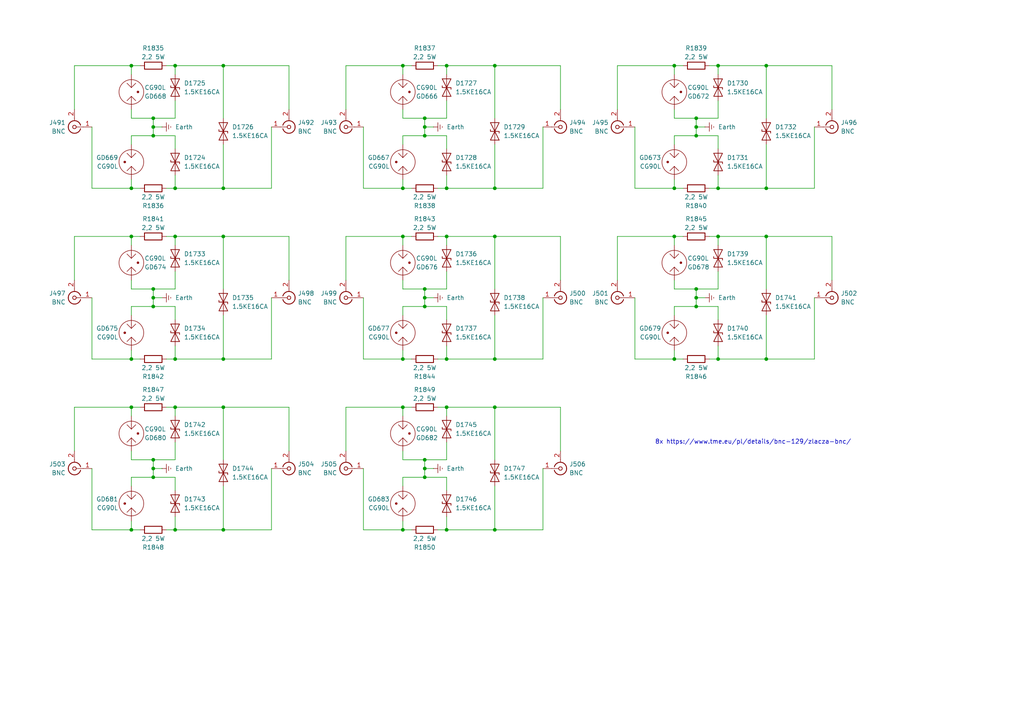
<source format=kicad_sch>
(kicad_sch (version 20231120) (generator "eeschema") (generator_version "8.0")
  (paper "A4")
  (junction (at 201.93 34.29))
  (junction (at 38.1 118.11))
  (junction (at 38.1 68.58))
  (junction (at 129.54 19.05))
  (junction (at 201.93 86.36))
  (junction (at 123.19 34.29))
  (junction (at 44.45 138.43))
  (junction (at 129.54 118.11))
  (junction (at 143.51 153.67))
  (junction (at 143.51 54.61))
  (junction (at 64.77 68.58))
  (junction (at 44.45 86.36))
  (junction (at 143.51 68.58))
  (junction (at 44.45 135.89))
  (junction (at 123.19 36.83))
  (junction (at 116.84 104.14))
  (junction (at 50.8 54.61))
  (junction (at 50.8 68.58))
  (junction (at 201.93 39.37))
  (junction (at 129.54 104.14))
  (junction (at 201.93 83.82))
  (junction (at 44.45 36.83))
  (junction (at 222.25 68.58))
  (junction (at 44.45 34.29))
  (junction (at 116.84 68.58))
  (junction (at 195.58 19.05))
  (junction (at 50.8 118.11))
  (junction (at 64.77 118.11))
  (junction (at 123.19 86.36))
  (junction (at 201.93 88.9))
  (junction (at 44.45 83.82))
  (junction (at 208.28 54.61))
  (junction (at 64.77 153.67))
  (junction (at 38.1 153.67))
  (junction (at 64.77 54.61))
  (junction (at 222.25 104.14))
  (junction (at 208.28 68.58))
  (junction (at 143.51 104.14))
  (junction (at 123.19 83.82))
  (junction (at 195.58 104.14))
  (junction (at 44.45 133.35))
  (junction (at 116.84 19.05))
  (junction (at 222.25 19.05))
  (junction (at 123.19 138.43))
  (junction (at 50.8 104.14))
  (junction (at 208.28 19.05))
  (junction (at 195.58 54.61))
  (junction (at 129.54 153.67))
  (junction (at 64.77 104.14))
  (junction (at 64.77 19.05))
  (junction (at 116.84 118.11))
  (junction (at 123.19 133.35))
  (junction (at 38.1 19.05))
  (junction (at 44.45 39.37))
  (junction (at 44.45 88.9))
  (junction (at 123.19 39.37))
  (junction (at 38.1 54.61))
  (junction (at 50.8 19.05))
  (junction (at 208.28 104.14))
  (junction (at 123.19 88.9))
  (junction (at 201.93 36.83))
  (junction (at 116.84 54.61))
  (junction (at 222.25 54.61))
  (junction (at 123.19 135.89))
  (junction (at 143.51 19.05))
  (junction (at 116.84 153.67))
  (junction (at 129.54 68.58))
  (junction (at 129.54 54.61))
  (junction (at 38.1 104.14))
  (junction (at 195.58 68.58))
  (junction (at 50.8 153.67))
  (junction (at 143.51 118.11))
  (wire (pts (xy 179.07 19.05) (xy 195.58 19.05)))
  (wire (pts (xy 129.54 39.37) (xy 129.54 43.18)))
  (wire (pts (xy 222.25 68.58) (xy 241.3 68.58)))
  (wire (pts (xy 127 153.67) (xy 129.54 153.67)))
  (wire (pts (xy 236.22 86.36) (xy 236.22 104.14)))
  (wire (pts (xy 105.41 104.14) (xy 116.84 104.14)))
  (wire (pts (xy 50.8 138.43) (xy 50.8 142.24)))
  (wire (pts (xy 26.67 36.83) (xy 26.67 54.61)))
  (wire (pts (xy 50.8 19.05) (xy 64.77 19.05)))
  (wire (pts (xy 143.51 19.05) (xy 162.56 19.05)))
  (wire (pts (xy 116.84 101.6) (xy 116.84 104.14)))
  (wire (pts (xy 157.48 104.14) (xy 143.51 104.14)))
  (wire (pts (xy 222.25 41.91) (xy 222.25 54.61)))
  (wire (pts (xy 116.84 81.28) (xy 116.84 83.82)))
  (wire (pts (xy 50.8 100.33) (xy 50.8 104.14)))
  (wire (pts (xy 127 54.61) (xy 129.54 54.61)))
  (wire (pts (xy 48.26 153.67) (xy 50.8 153.67)))
  (wire (pts (xy 116.84 130.81) (xy 116.84 133.35)))
  (wire (pts (xy 46.99 135.89) (xy 44.45 135.89)))
  (wire (pts (xy 201.93 36.83) (xy 201.93 39.37)))
  (wire (pts (xy 48.26 19.05) (xy 50.8 19.05)))
  (wire (pts (xy 40.64 153.67) (xy 38.1 153.67)))
  (wire (pts (xy 123.19 133.35) (xy 129.54 133.35)))
  (wire (pts (xy 44.45 135.89) (xy 44.45 138.43)))
  (wire (pts (xy 208.28 39.37) (xy 208.28 43.18)))
  (wire (pts (xy 201.93 88.9) (xy 195.58 88.9)))
  (wire (pts (xy 50.8 71.12) (xy 50.8 68.58)))
  (wire (pts (xy 116.84 151.13) (xy 116.84 153.67)))
  (wire (pts (xy 100.33 31.75) (xy 100.33 19.05)))
  (wire (pts (xy 119.38 104.14) (xy 116.84 104.14)))
  (wire (pts (xy 129.54 39.37) (xy 123.19 39.37)))
  (wire (pts (xy 157.48 54.61) (xy 143.51 54.61)))
  (wire (pts (xy 50.8 118.11) (xy 64.77 118.11)))
  (wire (pts (xy 116.84 19.05) (xy 116.84 21.59)))
  (wire (pts (xy 143.51 68.58) (xy 162.56 68.58)))
  (wire (pts (xy 157.48 135.89) (xy 157.48 153.67)))
  (wire (pts (xy 83.82 68.58) (xy 83.82 81.28)))
  (wire (pts (xy 208.28 88.9) (xy 201.93 88.9)))
  (wire (pts (xy 129.54 88.9) (xy 129.54 92.71)))
  (wire (pts (xy 105.41 135.89) (xy 105.41 153.67)))
  (wire (pts (xy 222.25 83.82) (xy 222.25 68.58)))
  (wire (pts (xy 236.22 104.14) (xy 222.25 104.14)))
  (wire (pts (xy 50.8 133.35) (xy 50.8 128.27)))
  (wire (pts (xy 129.54 50.8) (xy 129.54 54.61)))
  (wire (pts (xy 48.26 54.61) (xy 50.8 54.61)))
  (wire (pts (xy 44.45 86.36) (xy 44.45 88.9)))
  (wire (pts (xy 64.77 133.35) (xy 64.77 118.11)))
  (wire (pts (xy 236.22 36.83) (xy 236.22 54.61)))
  (wire (pts (xy 127 118.11) (xy 129.54 118.11)))
  (wire (pts (xy 21.59 130.81) (xy 21.59 118.11)))
  (wire (pts (xy 201.93 83.82) (xy 201.93 86.36)))
  (wire (pts (xy 198.12 54.61) (xy 195.58 54.61)))
  (wire (pts (xy 44.45 133.35) (xy 50.8 133.35)))
  (wire (pts (xy 143.51 91.44) (xy 143.51 104.14)))
  (wire (pts (xy 100.33 68.58) (xy 116.84 68.58)))
  (wire (pts (xy 21.59 118.11) (xy 38.1 118.11)))
  (wire (pts (xy 208.28 100.33) (xy 208.28 104.14)))
  (wire (pts (xy 78.74 54.61) (xy 64.77 54.61)))
  (wire (pts (xy 44.45 88.9) (xy 38.1 88.9)))
  (wire (pts (xy 105.41 54.61) (xy 116.84 54.61)))
  (wire (pts (xy 119.38 68.58) (xy 116.84 68.58)))
  (wire (pts (xy 116.84 138.43) (xy 116.84 140.97)))
  (wire (pts (xy 198.12 104.14) (xy 195.58 104.14)))
  (wire (pts (xy 44.45 133.35) (xy 44.45 135.89)))
  (wire (pts (xy 40.64 104.14) (xy 38.1 104.14)))
  (wire (pts (xy 64.77 83.82) (xy 64.77 68.58)))
  (wire (pts (xy 44.45 34.29) (xy 44.45 36.83)))
  (wire (pts (xy 129.54 149.86) (xy 129.54 153.67)))
  (wire (pts (xy 38.1 19.05) (xy 38.1 21.59)))
  (wire (pts (xy 195.58 34.29) (xy 201.93 34.29)))
  (wire (pts (xy 205.74 19.05) (xy 208.28 19.05)))
  (wire (pts (xy 143.51 34.29) (xy 143.51 19.05)))
  (wire (pts (xy 38.1 52.07) (xy 38.1 54.61)))
  (wire (pts (xy 40.64 118.11) (xy 38.1 118.11)))
  (wire (pts (xy 44.45 138.43) (xy 38.1 138.43)))
  (wire (pts (xy 38.1 133.35) (xy 44.45 133.35)))
  (wire (pts (xy 198.12 19.05) (xy 195.58 19.05)))
  (wire (pts (xy 195.58 31.75) (xy 195.58 34.29)))
  (wire (pts (xy 46.99 36.83) (xy 44.45 36.83)))
  (wire (pts (xy 44.45 83.82) (xy 50.8 83.82)))
  (wire (pts (xy 78.74 36.83) (xy 78.74 54.61)))
  (wire (pts (xy 208.28 104.14) (xy 222.25 104.14)))
  (wire (pts (xy 116.84 39.37) (xy 116.84 41.91)))
  (wire (pts (xy 38.1 83.82) (xy 44.45 83.82)))
  (wire (pts (xy 119.38 118.11) (xy 116.84 118.11)))
  (wire (pts (xy 195.58 81.28) (xy 195.58 83.82)))
  (wire (pts (xy 129.54 83.82) (xy 129.54 78.74)))
  (wire (pts (xy 129.54 100.33) (xy 129.54 104.14)))
  (wire (pts (xy 157.48 36.83) (xy 157.48 54.61)))
  (wire (pts (xy 208.28 71.12) (xy 208.28 68.58)))
  (wire (pts (xy 208.28 39.37) (xy 201.93 39.37)))
  (wire (pts (xy 50.8 88.9) (xy 50.8 92.71)))
  (wire (pts (xy 129.54 138.43) (xy 123.19 138.43)))
  (wire (pts (xy 50.8 153.67) (xy 64.77 153.67)))
  (wire (pts (xy 116.84 31.75) (xy 116.84 34.29)))
  (wire (pts (xy 125.73 36.83) (xy 123.19 36.83)))
  (wire (pts (xy 50.8 34.29) (xy 50.8 29.21)))
  (wire (pts (xy 129.54 133.35) (xy 129.54 128.27)))
  (wire (pts (xy 119.38 19.05) (xy 116.84 19.05)))
  (wire (pts (xy 64.77 68.58) (xy 83.82 68.58)))
  (wire (pts (xy 50.8 104.14) (xy 64.77 104.14)))
  (wire (pts (xy 129.54 21.59) (xy 129.54 19.05)))
  (wire (pts (xy 38.1 39.37) (xy 38.1 41.91)))
  (wire (pts (xy 129.54 71.12) (xy 129.54 68.58)))
  (wire (pts (xy 222.25 19.05) (xy 241.3 19.05)))
  (wire (pts (xy 208.28 54.61) (xy 222.25 54.61)))
  (wire (pts (xy 143.51 118.11) (xy 162.56 118.11)))
  (wire (pts (xy 38.1 118.11) (xy 38.1 120.65)))
  (wire (pts (xy 64.77 19.05) (xy 83.82 19.05)))
  (wire (pts (xy 116.84 88.9) (xy 116.84 91.44)))
  (wire (pts (xy 157.48 153.67) (xy 143.51 153.67)))
  (wire (pts (xy 38.1 31.75) (xy 38.1 34.29)))
  (wire (pts (xy 100.33 130.81) (xy 100.33 118.11)))
  (wire (pts (xy 179.07 81.28) (xy 179.07 68.58)))
  (wire (pts (xy 38.1 68.58) (xy 38.1 71.12)))
  (wire (pts (xy 127 68.58) (xy 129.54 68.58)))
  (wire (pts (xy 26.67 153.67) (xy 38.1 153.67)))
  (wire (pts (xy 123.19 133.35) (xy 123.19 135.89)))
  (wire (pts (xy 129.54 68.58) (xy 143.51 68.58)))
  (wire (pts (xy 129.54 19.05) (xy 143.51 19.05)))
  (wire (pts (xy 50.8 54.61) (xy 64.77 54.61)))
  (wire (pts (xy 50.8 138.43) (xy 44.45 138.43)))
  (wire (pts (xy 179.07 31.75) (xy 179.07 19.05)))
  (wire (pts (xy 46.99 86.36) (xy 44.45 86.36)))
  (wire (pts (xy 123.19 138.43) (xy 116.84 138.43)))
  (wire (pts (xy 195.58 101.6) (xy 195.58 104.14)))
  (wire (pts (xy 78.74 153.67) (xy 64.77 153.67)))
  (wire (pts (xy 26.67 135.89) (xy 26.67 153.67)))
  (wire (pts (xy 50.8 149.86) (xy 50.8 153.67)))
  (wire (pts (xy 184.15 54.61) (xy 195.58 54.61)))
  (wire (pts (xy 105.41 86.36) (xy 105.41 104.14)))
  (wire (pts (xy 38.1 138.43) (xy 38.1 140.97)))
  (wire (pts (xy 123.19 88.9) (xy 116.84 88.9)))
  (wire (pts (xy 179.07 68.58) (xy 195.58 68.58)))
  (wire (pts (xy 26.67 54.61) (xy 38.1 54.61)))
  (wire (pts (xy 123.19 135.89) (xy 123.19 138.43)))
  (wire (pts (xy 143.51 83.82) (xy 143.51 68.58)))
  (wire (pts (xy 116.84 133.35) (xy 123.19 133.35)))
  (wire (pts (xy 64.77 118.11) (xy 83.82 118.11)))
  (wire (pts (xy 116.84 83.82) (xy 123.19 83.82)))
  (wire (pts (xy 208.28 88.9) (xy 208.28 92.71)))
  (wire (pts (xy 38.1 81.28) (xy 38.1 83.82)))
  (wire (pts (xy 195.58 88.9) (xy 195.58 91.44)))
  (wire (pts (xy 205.74 54.61) (xy 208.28 54.61)))
  (wire (pts (xy 83.82 118.11) (xy 83.82 130.81)))
  (wire (pts (xy 123.19 83.82) (xy 123.19 86.36)))
  (wire (pts (xy 50.8 68.58) (xy 64.77 68.58)))
  (wire (pts (xy 198.12 68.58) (xy 195.58 68.58)))
  (wire (pts (xy 129.54 104.14) (xy 143.51 104.14)))
  (wire (pts (xy 123.19 39.37) (xy 116.84 39.37)))
  (wire (pts (xy 129.54 118.11) (xy 143.51 118.11)))
  (wire (pts (xy 100.33 118.11) (xy 116.84 118.11)))
  (wire (pts (xy 64.77 34.29) (xy 64.77 19.05)))
  (wire (pts (xy 44.45 36.83) (xy 44.45 39.37)))
  (wire (pts (xy 26.67 104.14) (xy 38.1 104.14)))
  (wire (pts (xy 50.8 39.37) (xy 50.8 43.18)))
  (wire (pts (xy 195.58 39.37) (xy 195.58 41.91)))
  (wire (pts (xy 105.41 153.67) (xy 116.84 153.67)))
  (wire (pts (xy 40.64 68.58) (xy 38.1 68.58)))
  (wire (pts (xy 236.22 54.61) (xy 222.25 54.61)))
  (wire (pts (xy 105.41 36.83) (xy 105.41 54.61)))
  (wire (pts (xy 100.33 81.28) (xy 100.33 68.58)))
  (wire (pts (xy 50.8 50.8) (xy 50.8 54.61)))
  (wire (pts (xy 184.15 104.14) (xy 195.58 104.14)))
  (wire (pts (xy 100.33 19.05) (xy 116.84 19.05)))
  (wire (pts (xy 116.84 118.11) (xy 116.84 120.65)))
  (wire (pts (xy 129.54 153.67) (xy 143.51 153.67)))
  (wire (pts (xy 123.19 83.82) (xy 129.54 83.82)))
  (wire (pts (xy 123.19 86.36) (xy 123.19 88.9)))
  (wire (pts (xy 50.8 88.9) (xy 44.45 88.9)))
  (wire (pts (xy 40.64 54.61) (xy 38.1 54.61)))
  (wire (pts (xy 129.54 120.65) (xy 129.54 118.11)))
  (wire (pts (xy 184.15 86.36) (xy 184.15 104.14)))
  (wire (pts (xy 78.74 86.36) (xy 78.74 104.14)))
  (wire (pts (xy 195.58 19.05) (xy 195.58 21.59)))
  (wire (pts (xy 48.26 68.58) (xy 50.8 68.58)))
  (wire (pts (xy 129.54 88.9) (xy 123.19 88.9)))
  (wire (pts (xy 116.84 52.07) (xy 116.84 54.61)))
  (wire (pts (xy 143.51 133.35) (xy 143.51 118.11)))
  (wire (pts (xy 38.1 130.81) (xy 38.1 133.35)))
  (wire (pts (xy 201.93 83.82) (xy 208.28 83.82)))
  (wire (pts (xy 129.54 34.29) (xy 129.54 29.21)))
  (wire (pts (xy 125.73 86.36) (xy 123.19 86.36)))
  (wire (pts (xy 205.74 104.14) (xy 208.28 104.14)))
  (wire (pts (xy 50.8 39.37) (xy 44.45 39.37)))
  (wire (pts (xy 129.54 138.43) (xy 129.54 142.24)))
  (wire (pts (xy 201.93 34.29) (xy 208.28 34.29)))
  (wire (pts (xy 123.19 36.83) (xy 123.19 39.37)))
  (wire (pts (xy 127 19.05) (xy 129.54 19.05)))
  (wire (pts (xy 208.28 21.59) (xy 208.28 19.05)))
  (wire (pts (xy 83.82 19.05) (xy 83.82 31.75)))
  (wire (pts (xy 44.45 39.37) (xy 38.1 39.37)))
  (wire (pts (xy 184.15 36.83) (xy 184.15 54.61)))
  (wire (pts (xy 40.64 19.05) (xy 38.1 19.05)))
  (wire (pts (xy 116.84 34.29) (xy 123.19 34.29)))
  (wire (pts (xy 26.67 86.36) (xy 26.67 104.14)))
  (wire (pts (xy 157.48 86.36) (xy 157.48 104.14)))
  (wire (pts (xy 119.38 54.61) (xy 116.84 54.61)))
  (wire (pts (xy 21.59 68.58) (xy 38.1 68.58)))
  (wire (pts (xy 208.28 19.05) (xy 222.25 19.05)))
  (wire (pts (xy 162.56 68.58) (xy 162.56 81.28)))
  (wire (pts (xy 162.56 19.05) (xy 162.56 31.75)))
  (wire (pts (xy 50.8 21.59) (xy 50.8 19.05)))
  (wire (pts (xy 48.26 118.11) (xy 50.8 118.11)))
  (wire (pts (xy 119.38 153.67) (xy 116.84 153.67)))
  (wire (pts (xy 241.3 68.58) (xy 241.3 81.28)))
  (wire (pts (xy 44.45 83.82) (xy 44.45 86.36)))
  (wire (pts (xy 127 104.14) (xy 129.54 104.14)))
  (wire (pts (xy 38.1 88.9) (xy 38.1 91.44)))
  (wire (pts (xy 64.77 91.44) (xy 64.77 104.14)))
  (wire (pts (xy 123.19 34.29) (xy 129.54 34.29)))
  (wire (pts (xy 125.73 135.89) (xy 123.19 135.89)))
  (wire (pts (xy 38.1 101.6) (xy 38.1 104.14)))
  (wire (pts (xy 38.1 34.29) (xy 44.45 34.29)))
  (wire (pts (xy 195.58 52.07) (xy 195.58 54.61)))
  (wire (pts (xy 222.25 34.29) (xy 222.25 19.05)))
  (wire (pts (xy 208.28 50.8) (xy 208.28 54.61)))
  (wire (pts (xy 50.8 120.65) (xy 50.8 118.11)))
  (wire (pts (xy 204.47 36.83) (xy 201.93 36.83)))
  (wire (pts (xy 201.93 39.37) (xy 195.58 39.37)))
  (wire (pts (xy 162.56 118.11) (xy 162.56 130.81)))
  (wire (pts (xy 143.51 140.97) (xy 143.51 153.67)))
  (wire (pts (xy 78.74 104.14) (xy 64.77 104.14)))
  (wire (pts (xy 78.74 135.89) (xy 78.74 153.67)))
  (wire (pts (xy 44.45 34.29) (xy 50.8 34.29)))
  (wire (pts (xy 208.28 34.29) (xy 208.28 29.21)))
  (wire (pts (xy 116.84 68.58) (xy 116.84 71.12)))
  (wire (pts (xy 64.77 41.91) (xy 64.77 54.61)))
  (wire (pts (xy 143.51 41.91) (xy 143.51 54.61)))
  (wire (pts (xy 201.93 86.36) (xy 201.93 88.9)))
  (wire (pts (xy 208.28 68.58) (xy 222.25 68.58)))
  (wire (pts (xy 64.77 140.97) (xy 64.77 153.67)))
  (wire (pts (xy 21.59 31.75) (xy 21.59 19.05)))
  (wire (pts (xy 21.59 19.05) (xy 38.1 19.05)))
  (wire (pts (xy 205.74 68.58) (xy 208.28 68.58)))
  (wire (pts (xy 195.58 83.82) (xy 201.93 83.82)))
  (wire (pts (xy 208.28 83.82) (xy 208.28 78.74)))
  (wire (pts (xy 21.59 81.28) (xy 21.59 68.58)))
  (wire (pts (xy 48.26 104.14) (xy 50.8 104.14)))
  (wire (pts (xy 241.3 19.05) (xy 241.3 31.75)))
  (wire (pts (xy 129.54 54.61) (xy 143.51 54.61)))
  (wire (pts (xy 201.93 34.29) (xy 201.93 36.83)))
  (wire (pts (xy 50.8 83.82) (xy 50.8 78.74)))
  (wire (pts (xy 195.58 68.58) (xy 195.58 71.12)))
  (wire (pts (xy 222.25 91.44) (xy 222.25 104.14)))
  (wire (pts (xy 38.1 151.13) (xy 38.1 153.67)))
  (wire (pts (xy 204.47 86.36) (xy 201.93 86.36)))
  (wire (pts (xy 123.19 34.29) (xy 123.19 36.83)))
  (text "8x https://www.tme.eu/pl/details/bnc-129/zlacza-bnc/" (at 218.44 128.27 0) (effects (font (size 1.27 1.27))))
  (symbol (lib_id "power:Earth") (at 125.73 135.89 90) (unit 1)
    (property "Reference" "#PWR071" (effects (hide yes)))
    (property "Value" "Earth" (at 129.54 135.8899 90) (effects (justify right)))
    (property "Description" "Power symbol creates a global label with name \"Earth\"" (effects (hide yes)))
  )
  (symbol (lib_id "Diode:SMAJ12CA") (at 50.8 46.99 90) (unit 1) (on_board no)
    (property "Reference" "D1724" (at 53.34 45.72 90) (effects (justify right)))
    (property "Value" "13.6" (effects (hide yes)))
    (property "Footprint" "PCM_Diode_THT_AKL:D_DO-201AD_P5.08mm_Vertical_TVS" (effects (hide yes)))
    (property "Datasheet" "https://www.tme.eu/Document/a419b9d761a3cd53877021c8515284cc/1.5KExx_ser.pdf" (effects (hide yes)))
    (property "Description" "1.5KE16CA" (at 53.34 48.26 90) (effects (justify right)))
    (property "Sklep" "https://www.tme.eu/pl/details/1.5ke16ca-cdi/diody-transil-tht-dwukierunkowe/cdil/1-5ke16ca/" (effects (hide yes)))
    (property "Model" "1.5KE16CA" (effects (hide yes)))
  )
  (symbol (lib_id "Diode:SMAJ12CA") (at 222.25 38.1 90) (unit 1) (on_board no)
    (property "Reference" "D1732" (at 224.79 36.83 90) (effects (justify right)))
    (property "Value" "13.6" (effects (hide yes)))
    (property "Footprint" "PCM_Diode_THT_AKL:D_DO-201AD_P5.08mm_Vertical_TVS" (effects (hide yes)))
    (property "Datasheet" "https://www.tme.eu/Document/a419b9d761a3cd53877021c8515284cc/1.5KExx_ser.pdf" (effects (hide yes)))
    (property "Description" "1.5KE16CA" (at 224.79 39.37 90) (effects (justify right)))
    (property "Sklep" "https://www.tme.eu/pl/details/1.5ke16ca-cdi/diody-transil-tht-dwukierunkowe/cdil/1-5ke16ca/" (effects (hide yes)))
    (property "Model" "1.5KE16CA" (effects (hide yes)))
  )
  (symbol (lib_id "power:Earth") (at 125.73 86.36 90) (unit 1)
    (property "Reference" "#PWR068" (effects (hide yes)))
    (property "Value" "Earth" (at 129.54 86.3599 90) (effects (justify right)))
    (property "Description" "Power symbol creates a global label with name \"Earth\"" (effects (hide yes)))
  )
  (symbol (lib_id "Device:GDT_2Pin") (at 116.84 125.73 0) (unit 1)
    (property "Reference" "GD682" (at 120.65 127 0) (effects (justify left)))
    (property "Value" "90" (effects (hide yes)))
    (property "Footprint" "Resistor_THT:R_Axial_DIN0617_L17.0mm_D6.0mm_P7.62mm_Vertical" (effects (hide yes)))
    (property "Datasheet" "https://www.tme.eu/Document/05f20814a2340ae42f42ea5efcf39b26/CG2250L-Littelfuse-datasheet-7160216.pdf" (effects (hide yes)))
    (property "Description" "CG90L" (at 120.65 124.46 0) (effects (justify left)))
    (property "Sklep" "https://www.tme.eu/pl/details/cg-90l/ochronniki-przeciwprzepieciowe-tht/littelfuse/cg90l/" (effects (hide yes)))
    (property "Model" "CG90L" (effects (hide yes)))
  )
  (symbol (lib_id "Diode:SMAJ12CA") (at 50.8 74.93 90) (unit 1) (on_board no)
    (property "Reference" "D1733" (at 53.34 73.66 90) (effects (justify right)))
    (property "Value" "13.6" (effects (hide yes)))
    (property "Footprint" "PCM_Diode_THT_AKL:D_DO-201AD_P5.08mm_Vertical_TVS" (effects (hide yes)))
    (property "Datasheet" "https://www.tme.eu/Document/a419b9d761a3cd53877021c8515284cc/1.5KExx_ser.pdf" (effects (hide yes)))
    (property "Description" "1.5KE16CA" (at 53.34 76.2 90) (effects (justify right)))
    (property "Sklep" "https://www.tme.eu/pl/details/1.5ke16ca-cdi/diody-transil-tht-dwukierunkowe/cdil/1-5ke16ca/" (effects (hide yes)))
    (property "Model" "1.5KE16CA" (effects (hide yes)))
  )
  (symbol (lib_id "Diode:SMAJ12CA") (at 129.54 46.99 90) (unit 1) (on_board no)
    (property "Reference" "D1728" (at 132.08 45.72 90) (effects (justify right)))
    (property "Value" "13.6" (effects (hide yes)))
    (property "Footprint" "PCM_Diode_THT_AKL:D_DO-201AD_P5.08mm_Vertical_TVS" (effects (hide yes)))
    (property "Datasheet" "https://www.tme.eu/Document/a419b9d761a3cd53877021c8515284cc/1.5KExx_ser.pdf" (effects (hide yes)))
    (property "Description" "1.5KE16CA" (at 132.08 48.26 90) (effects (justify right)))
    (property "Sklep" "https://www.tme.eu/pl/details/1.5ke16ca-cdi/diody-transil-tht-dwukierunkowe/cdil/1-5ke16ca/" (effects (hide yes)))
    (property "Model" "1.5KE16CA" (effects (hide yes)))
  )
  (symbol (lib_id "Device:GDT_2Pin") (at 195.58 46.99 180) (unit 1)
    (property "Reference" "GD673" (at 191.77 45.72 0) (effects (justify left)))
    (property "Value" "90" (effects (hide yes)))
    (property "Footprint" "Resistor_THT:R_Axial_DIN0617_L17.0mm_D6.0mm_P7.62mm_Vertical" (effects (hide yes)))
    (property "Datasheet" "https://www.tme.eu/Document/05f20814a2340ae42f42ea5efcf39b26/CG2250L-Littelfuse-datasheet-7160216.pdf" (effects (hide yes)))
    (property "Description" "CG90L" (at 191.77 48.26 0) (effects (justify left)))
    (property "Sklep" "https://www.tme.eu/pl/details/cg-90l/ochronniki-przeciwprzepieciowe-tht/littelfuse/cg90l/" (effects (hide yes)))
    (property "Model" "CG90L" (effects (hide yes)))
  )
  (symbol (lib_id "power:Earth") (at 46.99 86.36 90) (unit 1)
    (property "Reference" "#PWR067" (effects (hide yes)))
    (property "Value" "Earth" (at 50.8 86.3599 90) (effects (justify right)))
    (property "Description" "Power symbol creates a global label with name \"Earth\"" (effects (hide yes)))
  )
  (symbol (lib_id "Connector:Conn_Coaxial") (at 83.82 36.83 0) (mirror x) (unit 1)
    (property "Reference" "J492" (at 86.36 35.56 0) (effects (justify left)))
    (property "Value" "Conn_Coaxial" (effects (hide yes)))
    (property "Footprint" "Connector_Coaxial:CoaxialSwitch_Hirose_MS-156C3_Horizontal" (effects (hide yes)))
    (property "Datasheet" "https://www.tme.eu/Document/d6da0f95d45e9aeb8fe9f45021ef42a4/112405-12.pdf" (effects (hide yes)))
    (property "Description" "BNC" (at 86.36 38.1 0) (effects (justify left)))
    (property "Sklep" "https://www.tme.eu/pl/details/112405-12/zlacza-bnc/amphenol-rf/" (effects (hide yes)))
    (property "Model" "112405-12" (effects (hide yes)))
  )
  (symbol (lib_id "Diode:SMAJ12CA") (at 222.25 87.63 90) (unit 1) (on_board no)
    (property "Reference" "D1741" (at 224.79 86.36 90) (effects (justify right)))
    (property "Value" "13.6" (effects (hide yes)))
    (property "Footprint" "PCM_Diode_THT_AKL:D_DO-201AD_P5.08mm_Vertical_TVS" (effects (hide yes)))
    (property "Datasheet" "https://www.tme.eu/Document/a419b9d761a3cd53877021c8515284cc/1.5KExx_ser.pdf" (effects (hide yes)))
    (property "Description" "1.5KE16CA" (at 224.79 88.9 90) (effects (justify right)))
    (property "Sklep" "https://www.tme.eu/pl/details/1.5ke16ca-cdi/diody-transil-tht-dwukierunkowe/cdil/1-5ke16ca/" (effects (hide yes)))
    (property "Model" "1.5KE16CA" (effects (hide yes)))
  )
  (symbol (lib_id "Device:R") (at 201.93 19.05 270) (unit 1)
    (property "Reference" "R1839" (at 201.93 13.97 90))
    (property "Value" "2.2" (effects (hide yes)))
    (property "Footprint" "PCM_Resistor_THT_AKL:R_Axial_DIN0617_L17.0mm_D6.0mm_P20.32mm_Horizontal" (effects (hide yes)))
    (property "Datasheet" "https://www.tme.eu/Document/1d010f0222836cb51567e6715d044023/ROYALOHM-KNP.pdf" (effects (hide yes)))
    (property "Description" "2,2 5W" (at 201.93 16.51 90))
    (property "Sklep" "https://www.tme.eu/pl/details/knp05ws-2r2/rezystory-mocy/royal-ohm/knp05sj022jaa9/" (effects (hide yes)))
    (property "Model" "KNP05SJ022JAA9" (effects (hide yes)))
  )
  (symbol (lib_id "Device:GDT_2Pin") (at 116.84 76.2 0) (unit 1)
    (property "Reference" "GD676" (at 120.65 77.47 0) (effects (justify left)))
    (property "Value" "90" (effects (hide yes)))
    (property "Footprint" "Resistor_THT:R_Axial_DIN0617_L17.0mm_D6.0mm_P7.62mm_Vertical" (effects (hide yes)))
    (property "Datasheet" "https://www.tme.eu/Document/05f20814a2340ae42f42ea5efcf39b26/CG2250L-Littelfuse-datasheet-7160216.pdf" (effects (hide yes)))
    (property "Description" "CG90L" (at 120.65 74.93 0) (effects (justify left)))
    (property "Sklep" "https://www.tme.eu/pl/details/cg-90l/ochronniki-przeciwprzepieciowe-tht/littelfuse/cg90l/" (effects (hide yes)))
    (property "Model" "CG90L" (effects (hide yes)))
  )
  (symbol (lib_id "Device:R") (at 201.93 68.58 270) (unit 1)
    (property "Reference" "R1845" (at 201.93 63.5 90))
    (property "Value" "2.2" (effects (hide yes)))
    (property "Footprint" "PCM_Resistor_THT_AKL:R_Axial_DIN0617_L17.0mm_D6.0mm_P20.32mm_Horizontal" (effects (hide yes)))
    (property "Datasheet" "https://www.tme.eu/Document/1d010f0222836cb51567e6715d044023/ROYALOHM-KNP.pdf" (effects (hide yes)))
    (property "Description" "2,2 5W" (at 201.93 66.04 90))
    (property "Sklep" "https://www.tme.eu/pl/details/knp05ws-2r2/rezystory-mocy/royal-ohm/knp05sj022jaa9/" (effects (hide yes)))
    (property "Model" "KNP05SJ022JAA9" (effects (hide yes)))
  )
  (symbol (lib_id "Connector:Conn_Coaxial") (at 100.33 86.36 180) (unit 1)
    (property "Reference" "J499" (at 97.79 85.09 0) (effects (justify left)))
    (property "Value" "Conn_Coaxial" (effects (hide yes)))
    (property "Footprint" "Connector_Coaxial:CoaxialSwitch_Hirose_MS-156C3_Horizontal" (effects (hide yes)))
    (property "Datasheet" "https://www.tme.eu/Document/d6da0f95d45e9aeb8fe9f45021ef42a4/112405-12.pdf" (effects (hide yes)))
    (property "Description" "BNC" (at 97.79 87.63 0) (effects (justify left)))
    (property "Sklep" "https://www.tme.eu/pl/details/112405-12/zlacza-bnc/amphenol-rf/" (effects (hide yes)))
    (property "Model" "112405-12" (effects (hide yes)))
  )
  (symbol (lib_id "Device:GDT_2Pin") (at 116.84 96.52 180) (unit 1)
    (property "Reference" "GD677" (at 113.03 95.25 0) (effects (justify left)))
    (property "Value" "90" (effects (hide yes)))
    (property "Footprint" "Resistor_THT:R_Axial_DIN0617_L17.0mm_D6.0mm_P7.62mm_Vertical" (effects (hide yes)))
    (property "Datasheet" "https://www.tme.eu/Document/05f20814a2340ae42f42ea5efcf39b26/CG2250L-Littelfuse-datasheet-7160216.pdf" (effects (hide yes)))
    (property "Description" "CG90L" (at 113.03 97.79 0) (effects (justify left)))
    (property "Sklep" "https://www.tme.eu/pl/details/cg-90l/ochronniki-przeciwprzepieciowe-tht/littelfuse/cg90l/" (effects (hide yes)))
    (property "Model" "CG90L" (effects (hide yes)))
  )
  (symbol (lib_id "Connector:Conn_Coaxial") (at 21.59 86.36 180) (unit 1)
    (property "Reference" "J497" (at 19.05 85.09 0) (effects (justify left)))
    (property "Value" "Conn_Coaxial" (effects (hide yes)))
    (property "Footprint" "Connector_Coaxial:CoaxialSwitch_Hirose_MS-156C3_Horizontal" (effects (hide yes)))
    (property "Datasheet" "https://www.tme.eu/Document/d6da0f95d45e9aeb8fe9f45021ef42a4/112405-12.pdf" (effects (hide yes)))
    (property "Description" "BNC" (at 19.05 87.63 0) (effects (justify left)))
    (property "Sklep" "https://www.tme.eu/pl/details/112405-12/zlacza-bnc/amphenol-rf/" (effects (hide yes)))
    (property "Model" "112405-12" (effects (hide yes)))
  )
  (symbol (lib_id "Connector:Conn_Coaxial") (at 83.82 135.89 0) (mirror x) (unit 1)
    (property "Reference" "J504" (at 86.36 134.62 0) (effects (justify left)))
    (property "Value" "Conn_Coaxial" (effects (hide yes)))
    (property "Footprint" "Connector_Coaxial:CoaxialSwitch_Hirose_MS-156C3_Horizontal" (effects (hide yes)))
    (property "Datasheet" "https://www.tme.eu/Document/d6da0f95d45e9aeb8fe9f45021ef42a4/112405-12.pdf" (effects (hide yes)))
    (property "Description" "BNC" (at 86.36 137.16 0) (effects (justify left)))
    (property "Sklep" "https://www.tme.eu/pl/details/112405-12/zlacza-bnc/amphenol-rf/" (effects (hide yes)))
    (property "Model" "112405-12" (effects (hide yes)))
  )
  (symbol (lib_id "Diode:SMAJ12CA") (at 129.54 74.93 90) (unit 1) (on_board no)
    (property "Reference" "D1736" (at 132.08 73.66 90) (effects (justify right)))
    (property "Value" "13.6" (effects (hide yes)))
    (property "Footprint" "PCM_Diode_THT_AKL:D_DO-201AD_P5.08mm_Vertical_TVS" (effects (hide yes)))
    (property "Datasheet" "https://www.tme.eu/Document/a419b9d761a3cd53877021c8515284cc/1.5KExx_ser.pdf" (effects (hide yes)))
    (property "Description" "1.5KE16CA" (at 132.08 76.2 90) (effects (justify right)))
    (property "Sklep" "https://www.tme.eu/pl/details/1.5ke16ca-cdi/diody-transil-tht-dwukierunkowe/cdil/1-5ke16ca/" (effects (hide yes)))
    (property "Model" "1.5KE16CA" (effects (hide yes)))
  )
  (symbol (lib_id "Device:GDT_2Pin") (at 38.1 146.05 180) (unit 1)
    (property "Reference" "GD681" (at 34.29 144.78 0) (effects (justify left)))
    (property "Value" "90" (effects (hide yes)))
    (property "Footprint" "Resistor_THT:R_Axial_DIN0617_L17.0mm_D6.0mm_P7.62mm_Vertical" (effects (hide yes)))
    (property "Datasheet" "https://www.tme.eu/Document/05f20814a2340ae42f42ea5efcf39b26/CG2250L-Littelfuse-datasheet-7160216.pdf" (effects (hide yes)))
    (property "Description" "CG90L" (at 34.29 147.32 0) (effects (justify left)))
    (property "Sklep" "https://www.tme.eu/pl/details/cg-90l/ochronniki-przeciwprzepieciowe-tht/littelfuse/cg90l/" (effects (hide yes)))
    (property "Model" "CG90L" (effects (hide yes)))
  )
  (symbol (lib_id "Device:GDT_2Pin") (at 38.1 76.2 0) (unit 1)
    (property "Reference" "GD674" (at 41.91 77.47 0) (effects (justify left)))
    (property "Value" "90" (effects (hide yes)))
    (property "Footprint" "Resistor_THT:R_Axial_DIN0617_L17.0mm_D6.0mm_P7.62mm_Vertical" (effects (hide yes)))
    (property "Datasheet" "https://www.tme.eu/Document/05f20814a2340ae42f42ea5efcf39b26/CG2250L-Littelfuse-datasheet-7160216.pdf" (effects (hide yes)))
    (property "Description" "CG90L" (at 41.91 74.93 0) (effects (justify left)))
    (property "Sklep" "https://www.tme.eu/pl/details/cg-90l/ochronniki-przeciwprzepieciowe-tht/littelfuse/cg90l/" (effects (hide yes)))
    (property "Model" "CG90L" (effects (hide yes)))
  )
  (symbol (lib_id "Device:R") (at 44.45 68.58 270) (unit 1)
    (property "Reference" "R1841" (at 44.45 63.5 90))
    (property "Value" "2.2" (effects (hide yes)))
    (property "Footprint" "PCM_Resistor_THT_AKL:R_Axial_DIN0617_L17.0mm_D6.0mm_P20.32mm_Horizontal" (effects (hide yes)))
    (property "Datasheet" "https://www.tme.eu/Document/1d010f0222836cb51567e6715d044023/ROYALOHM-KNP.pdf" (effects (hide yes)))
    (property "Description" "2,2 5W" (at 44.45 66.04 90))
    (property "Sklep" "https://www.tme.eu/pl/details/knp05ws-2r2/rezystory-mocy/royal-ohm/knp05sj022jaa9/" (effects (hide yes)))
    (property "Model" "KNP05SJ022JAA9" (effects (hide yes)))
  )
  (symbol (lib_id "Device:GDT_2Pin") (at 195.58 26.67 0) (unit 1)
    (property "Reference" "GD672" (at 199.39 27.94 0) (effects (justify left)))
    (property "Value" "90" (effects (hide yes)))
    (property "Footprint" "Resistor_THT:R_Axial_DIN0617_L17.0mm_D6.0mm_P7.62mm_Vertical" (effects (hide yes)))
    (property "Datasheet" "https://www.tme.eu/Document/05f20814a2340ae42f42ea5efcf39b26/CG2250L-Littelfuse-datasheet-7160216.pdf" (effects (hide yes)))
    (property "Description" "CG90L" (at 199.39 25.4 0) (effects (justify left)))
    (property "Sklep" "https://www.tme.eu/pl/details/cg-90l/ochronniki-przeciwprzepieciowe-tht/littelfuse/cg90l/" (effects (hide yes)))
    (property "Model" "CG90L" (effects (hide yes)))
  )
  (symbol (lib_id "Diode:SMAJ12CA") (at 143.51 38.1 90) (unit 1) (on_board no)
    (property "Reference" "D1729" (at 146.05 36.83 90) (effects (justify right)))
    (property "Value" "13.6" (effects (hide yes)))
    (property "Footprint" "PCM_Diode_THT_AKL:D_DO-201AD_P5.08mm_Vertical_TVS" (effects (hide yes)))
    (property "Datasheet" "https://www.tme.eu/Document/a419b9d761a3cd53877021c8515284cc/1.5KExx_ser.pdf" (effects (hide yes)))
    (property "Description" "1.5KE16CA" (at 146.05 39.37 90) (effects (justify right)))
    (property "Sklep" "https://www.tme.eu/pl/details/1.5ke16ca-cdi/diody-transil-tht-dwukierunkowe/cdil/1-5ke16ca/" (effects (hide yes)))
    (property "Model" "1.5KE16CA" (effects (hide yes)))
  )
  (symbol (lib_id "power:Earth") (at 46.99 135.89 90) (unit 1)
    (property "Reference" "#PWR070" (effects (hide yes)))
    (property "Value" "Earth" (at 50.8 135.8899 90) (effects (justify right)))
    (property "Description" "Power symbol creates a global label with name \"Earth\"" (effects (hide yes)))
  )
  (symbol (lib_id "power:Earth") (at 125.73 36.83 90) (unit 1)
    (property "Reference" "#PWR065" (effects (hide yes)))
    (property "Value" "Earth" (at 129.54 36.8299 90) (effects (justify right)))
    (property "Description" "Power symbol creates a global label with name \"Earth\"" (effects (hide yes)))
  )
  (symbol (lib_id "Device:R") (at 123.19 68.58 270) (unit 1)
    (property "Reference" "R1843" (at 123.19 63.5 90))
    (property "Value" "2.2" (effects (hide yes)))
    (property "Footprint" "PCM_Resistor_THT_AKL:R_Axial_DIN0617_L17.0mm_D6.0mm_P20.32mm_Horizontal" (effects (hide yes)))
    (property "Datasheet" "https://www.tme.eu/Document/1d010f0222836cb51567e6715d044023/ROYALOHM-KNP.pdf" (effects (hide yes)))
    (property "Description" "2,2 5W" (at 123.19 66.04 90))
    (property "Sklep" "https://www.tme.eu/pl/details/knp05ws-2r2/rezystory-mocy/royal-ohm/knp05sj022jaa9/" (effects (hide yes)))
    (property "Model" "KNP05SJ022JAA9" (effects (hide yes)))
  )
  (symbol (lib_id "Connector:Conn_Coaxial") (at 179.07 36.83 180) (unit 1)
    (property "Reference" "J495" (at 176.53 35.56 0) (effects (justify left)))
    (property "Value" "Conn_Coaxial" (effects (hide yes)))
    (property "Footprint" "Connector_Coaxial:CoaxialSwitch_Hirose_MS-156C3_Horizontal" (effects (hide yes)))
    (property "Datasheet" "https://www.tme.eu/Document/d6da0f95d45e9aeb8fe9f45021ef42a4/112405-12.pdf" (effects (hide yes)))
    (property "Description" "BNC" (at 176.53 38.1 0) (effects (justify left)))
    (property "Sklep" "https://www.tme.eu/pl/details/112405-12/zlacza-bnc/amphenol-rf/" (effects (hide yes)))
    (property "Model" "112405-12" (effects (hide yes)))
  )
  (symbol (lib_id "Connector:Conn_Coaxial") (at 21.59 36.83 180) (unit 1)
    (property "Reference" "J491" (at 19.05 35.56 0) (effects (justify left)))
    (property "Value" "Conn_Coaxial" (effects (hide yes)))
    (property "Footprint" "Connector_Coaxial:CoaxialSwitch_Hirose_MS-156C3_Horizontal" (effects (hide yes)))
    (property "Datasheet" "https://www.tme.eu/Document/d6da0f95d45e9aeb8fe9f45021ef42a4/112405-12.pdf" (effects (hide yes)))
    (property "Description" "BNC" (at 19.05 38.1 0) (effects (justify left)))
    (property "Sklep" "https://www.tme.eu/pl/details/112405-12/zlacza-bnc/amphenol-rf/" (effects (hide yes)))
    (property "Model" "112405-12" (effects (hide yes)))
  )
  (symbol (lib_id "Device:R") (at 44.45 153.67 90) (unit 1)
    (property "Reference" "R1848" (at 44.45 158.75 90))
    (property "Value" "2.2" (effects (hide yes)))
    (property "Footprint" "PCM_Resistor_THT_AKL:R_Axial_DIN0617_L17.0mm_D6.0mm_P20.32mm_Horizontal" (effects (hide yes)))
    (property "Datasheet" "https://www.tme.eu/Document/1d010f0222836cb51567e6715d044023/ROYALOHM-KNP.pdf" (effects (hide yes)))
    (property "Description" "2,2 5W" (at 44.45 156.21 90))
    (property "Sklep" "https://www.tme.eu/pl/details/knp05ws-2r2/rezystory-mocy/royal-ohm/knp05sj022jaa9/" (effects (hide yes)))
    (property "Model" "KNP05SJ022JAA9" (effects (hide yes)))
  )
  (symbol (lib_id "Device:R") (at 123.19 54.61 90) (unit 1)
    (property "Reference" "R1838" (at 123.19 59.69 90))
    (property "Value" "2.2" (effects (hide yes)))
    (property "Footprint" "PCM_Resistor_THT_AKL:R_Axial_DIN0617_L17.0mm_D6.0mm_P20.32mm_Horizontal" (effects (hide yes)))
    (property "Datasheet" "https://www.tme.eu/Document/1d010f0222836cb51567e6715d044023/ROYALOHM-KNP.pdf" (effects (hide yes)))
    (property "Description" "2,2 5W" (at 123.19 57.15 90))
    (property "Sklep" "https://www.tme.eu/pl/details/knp05ws-2r2/rezystory-mocy/royal-ohm/knp05sj022jaa9/" (effects (hide yes)))
    (property "Model" "KNP05SJ022JAA9" (effects (hide yes)))
  )
  (symbol (lib_id "Device:R") (at 201.93 104.14 90) (unit 1)
    (property "Reference" "R1846" (at 201.93 109.22 90))
    (property "Value" "2.2" (effects (hide yes)))
    (property "Footprint" "PCM_Resistor_THT_AKL:R_Axial_DIN0617_L17.0mm_D6.0mm_P20.32mm_Horizontal" (effects (hide yes)))
    (property "Datasheet" "https://www.tme.eu/Document/1d010f0222836cb51567e6715d044023/ROYALOHM-KNP.pdf" (effects (hide yes)))
    (property "Description" "2,2 5W" (at 201.93 106.68 90))
    (property "Sklep" "https://www.tme.eu/pl/details/knp05ws-2r2/rezystory-mocy/royal-ohm/knp05sj022jaa9/" (effects (hide yes)))
    (property "Model" "KNP05SJ022JAA9" (effects (hide yes)))
  )
  (symbol (lib_id "Diode:SMAJ12CA") (at 208.28 25.4 90) (unit 1) (on_board no)
    (property "Reference" "D1730" (at 210.82 24.13 90) (effects (justify right)))
    (property "Value" "13.6" (effects (hide yes)))
    (property "Footprint" "PCM_Diode_THT_AKL:D_DO-201AD_P5.08mm_Vertical_TVS" (effects (hide yes)))
    (property "Datasheet" "https://www.tme.eu/Document/a419b9d761a3cd53877021c8515284cc/1.5KExx_ser.pdf" (effects (hide yes)))
    (property "Description" "1.5KE16CA" (at 210.82 26.67 90) (effects (justify right)))
    (property "Sklep" "https://www.tme.eu/pl/details/1.5ke16ca-cdi/diody-transil-tht-dwukierunkowe/cdil/1-5ke16ca/" (effects (hide yes)))
    (property "Model" "1.5KE16CA" (effects (hide yes)))
  )
  (symbol (lib_id "Device:GDT_2Pin") (at 195.58 96.52 180) (unit 1)
    (property "Reference" "GD679" (at 191.77 95.25 0) (effects (justify left)))
    (property "Value" "90" (effects (hide yes)))
    (property "Footprint" "Resistor_THT:R_Axial_DIN0617_L17.0mm_D6.0mm_P7.62mm_Vertical" (effects (hide yes)))
    (property "Datasheet" "https://www.tme.eu/Document/05f20814a2340ae42f42ea5efcf39b26/CG2250L-Littelfuse-datasheet-7160216.pdf" (effects (hide yes)))
    (property "Description" "CG90L" (at 191.77 97.79 0) (effects (justify left)))
    (property "Sklep" "https://www.tme.eu/pl/details/cg-90l/ochronniki-przeciwprzepieciowe-tht/littelfuse/cg90l/" (effects (hide yes)))
    (property "Model" "CG90L" (effects (hide yes)))
  )
  (symbol (lib_id "Device:R") (at 123.19 153.67 90) (unit 1)
    (property "Reference" "R1850" (at 123.19 158.75 90))
    (property "Value" "2.2" (effects (hide yes)))
    (property "Footprint" "PCM_Resistor_THT_AKL:R_Axial_DIN0617_L17.0mm_D6.0mm_P20.32mm_Horizontal" (effects (hide yes)))
    (property "Datasheet" "https://www.tme.eu/Document/1d010f0222836cb51567e6715d044023/ROYALOHM-KNP.pdf" (effects (hide yes)))
    (property "Description" "2,2 5W" (at 123.19 156.21 90))
    (property "Sklep" "https://www.tme.eu/pl/details/knp05ws-2r2/rezystory-mocy/royal-ohm/knp05sj022jaa9/" (effects (hide yes)))
    (property "Model" "KNP05SJ022JAA9" (effects (hide yes)))
  )
  (symbol (lib_id "Device:GDT_2Pin") (at 195.58 76.2 0) (unit 1)
    (property "Reference" "GD678" (at 199.39 77.47 0) (effects (justify left)))
    (property "Value" "90" (effects (hide yes)))
    (property "Footprint" "Resistor_THT:R_Axial_DIN0617_L17.0mm_D6.0mm_P7.62mm_Vertical" (effects (hide yes)))
    (property "Datasheet" "https://www.tme.eu/Document/05f20814a2340ae42f42ea5efcf39b26/CG2250L-Littelfuse-datasheet-7160216.pdf" (effects (hide yes)))
    (property "Description" "CG90L" (at 199.39 74.93 0) (effects (justify left)))
    (property "Sklep" "https://www.tme.eu/pl/details/cg-90l/ochronniki-przeciwprzepieciowe-tht/littelfuse/cg90l/" (effects (hide yes)))
    (property "Model" "CG90L" (effects (hide yes)))
  )
  (symbol (lib_id "Diode:SMAJ12CA") (at 129.54 146.05 90) (unit 1) (on_board no)
    (property "Reference" "D1746" (at 132.08 144.78 90) (effects (justify right)))
    (property "Value" "13.6" (effects (hide yes)))
    (property "Footprint" "PCM_Diode_THT_AKL:D_DO-201AD_P5.08mm_Vertical_TVS" (effects (hide yes)))
    (property "Datasheet" "https://www.tme.eu/Document/a419b9d761a3cd53877021c8515284cc/1.5KExx_ser.pdf" (effects (hide yes)))
    (property "Description" "1.5KE16CA" (at 132.08 147.32 90) (effects (justify right)))
    (property "Sklep" "https://www.tme.eu/pl/details/1.5ke16ca-cdi/diody-transil-tht-dwukierunkowe/cdil/1-5ke16ca/" (effects (hide yes)))
    (property "Model" "1.5KE16CA" (effects (hide yes)))
  )
  (symbol (lib_id "Connector:Conn_Coaxial") (at 241.3 36.83 0) (mirror x) (unit 1)
    (property "Reference" "J496" (at 243.84 35.56 0) (effects (justify left)))
    (property "Value" "Conn_Coaxial" (effects (hide yes)))
    (property "Footprint" "Connector_Coaxial:CoaxialSwitch_Hirose_MS-156C3_Horizontal" (effects (hide yes)))
    (property "Datasheet" "https://www.tme.eu/Document/d6da0f95d45e9aeb8fe9f45021ef42a4/112405-12.pdf" (effects (hide yes)))
    (property "Description" "BNC" (at 243.84 38.1 0) (effects (justify left)))
    (property "Sklep" "https://www.tme.eu/pl/details/112405-12/zlacza-bnc/amphenol-rf/" (effects (hide yes)))
    (property "Model" "112405-12" (effects (hide yes)))
  )
  (symbol (lib_id "Connector:Conn_Coaxial") (at 162.56 36.83 0) (mirror x) (unit 1)
    (property "Reference" "J494" (at 165.1 35.56 0) (effects (justify left)))
    (property "Value" "Conn_Coaxial" (effects (hide yes)))
    (property "Footprint" "Connector_Coaxial:CoaxialSwitch_Hirose_MS-156C3_Horizontal" (effects (hide yes)))
    (property "Datasheet" "https://www.tme.eu/Document/d6da0f95d45e9aeb8fe9f45021ef42a4/112405-12.pdf" (effects (hide yes)))
    (property "Description" "BNC" (at 165.1 38.1 0) (effects (justify left)))
    (property "Sklep" "https://www.tme.eu/pl/details/112405-12/zlacza-bnc/amphenol-rf/" (effects (hide yes)))
    (property "Model" "112405-12" (effects (hide yes)))
  )
  (symbol (lib_id "Connector:Conn_Coaxial") (at 179.07 86.36 180) (unit 1)
    (property "Reference" "J501" (at 176.53 85.09 0) (effects (justify left)))
    (property "Value" "Conn_Coaxial" (effects (hide yes)))
    (property "Footprint" "Connector_Coaxial:CoaxialSwitch_Hirose_MS-156C3_Horizontal" (effects (hide yes)))
    (property "Datasheet" "https://www.tme.eu/Document/d6da0f95d45e9aeb8fe9f45021ef42a4/112405-12.pdf" (effects (hide yes)))
    (property "Description" "BNC" (at 176.53 87.63 0) (effects (justify left)))
    (property "Sklep" "https://www.tme.eu/pl/details/112405-12/zlacza-bnc/amphenol-rf/" (effects (hide yes)))
    (property "Model" "112405-12" (effects (hide yes)))
  )
  (symbol (lib_id "Connector:Conn_Coaxial") (at 21.59 135.89 180) (unit 1)
    (property "Reference" "J503" (at 19.05 134.62 0) (effects (justify left)))
    (property "Value" "Conn_Coaxial" (effects (hide yes)))
    (property "Footprint" "Connector_Coaxial:CoaxialSwitch_Hirose_MS-156C3_Horizontal" (effects (hide yes)))
    (property "Datasheet" "https://www.tme.eu/Document/d6da0f95d45e9aeb8fe9f45021ef42a4/112405-12.pdf" (effects (hide yes)))
    (property "Description" "BNC" (at 19.05 137.16 0) (effects (justify left)))
    (property "Sklep" "https://www.tme.eu/pl/details/112405-12/zlacza-bnc/amphenol-rf/" (effects (hide yes)))
    (property "Model" "112405-12" (effects (hide yes)))
  )
  (symbol (lib_id "Device:GDT_2Pin") (at 116.84 26.67 0) (unit 1)
    (property "Reference" "GD666" (at 120.65 27.94 0) (effects (justify left)))
    (property "Value" "90" (effects (hide yes)))
    (property "Footprint" "Resistor_THT:R_Axial_DIN0617_L17.0mm_D6.0mm_P7.62mm_Vertical" (effects (hide yes)))
    (property "Datasheet" "https://www.tme.eu/Document/05f20814a2340ae42f42ea5efcf39b26/CG2250L-Littelfuse-datasheet-7160216.pdf" (effects (hide yes)))
    (property "Description" "CG90L" (at 120.65 25.4 0) (effects (justify left)))
    (property "Sklep" "https://www.tme.eu/pl/details/cg-90l/ochronniki-przeciwprzepieciowe-tht/littelfuse/cg90l/" (effects (hide yes)))
    (property "Model" "CG90L" (effects (hide yes)))
  )
  (symbol (lib_id "Diode:SMAJ12CA") (at 208.28 96.52 90) (unit 1) (on_board no)
    (property "Reference" "D1740" (at 210.82 95.25 90) (effects (justify right)))
    (property "Value" "13.6" (effects (hide yes)))
    (property "Footprint" "PCM_Diode_THT_AKL:D_DO-201AD_P5.08mm_Vertical_TVS" (effects (hide yes)))
    (property "Datasheet" "https://www.tme.eu/Document/a419b9d761a3cd53877021c8515284cc/1.5KExx_ser.pdf" (effects (hide yes)))
    (property "Description" "1.5KE16CA" (at 210.82 97.79 90) (effects (justify right)))
    (property "Sklep" "https://www.tme.eu/pl/details/1.5ke16ca-cdi/diody-transil-tht-dwukierunkowe/cdil/1-5ke16ca/" (effects (hide yes)))
    (property "Model" "1.5KE16CA" (effects (hide yes)))
  )
  (symbol (lib_id "Device:GDT_2Pin") (at 38.1 125.73 0) (unit 1)
    (property "Reference" "GD680" (at 41.91 127 0) (effects (justify left)))
    (property "Value" "90" (effects (hide yes)))
    (property "Footprint" "Resistor_THT:R_Axial_DIN0617_L17.0mm_D6.0mm_P7.62mm_Vertical" (effects (hide yes)))
    (property "Datasheet" "https://www.tme.eu/Document/05f20814a2340ae42f42ea5efcf39b26/CG2250L-Littelfuse-datasheet-7160216.pdf" (effects (hide yes)))
    (property "Description" "CG90L" (at 41.91 124.46 0) (effects (justify left)))
    (property "Sklep" "https://www.tme.eu/pl/details/cg-90l/ochronniki-przeciwprzepieciowe-tht/littelfuse/cg90l/" (effects (hide yes)))
    (property "Model" "CG90L" (effects (hide yes)))
  )
  (symbol (lib_id "Device:R") (at 44.45 118.11 270) (unit 1)
    (property "Reference" "R1847" (at 44.45 113.03 90))
    (property "Value" "2.2" (effects (hide yes)))
    (property "Footprint" "PCM_Resistor_THT_AKL:R_Axial_DIN0617_L17.0mm_D6.0mm_P20.32mm_Horizontal" (effects (hide yes)))
    (property "Datasheet" "https://www.tme.eu/Document/1d010f0222836cb51567e6715d044023/ROYALOHM-KNP.pdf" (effects (hide yes)))
    (property "Description" "2,2 5W" (at 44.45 115.57 90))
    (property "Sklep" "https://www.tme.eu/pl/details/knp05ws-2r2/rezystory-mocy/royal-ohm/knp05sj022jaa9/" (effects (hide yes)))
    (property "Model" "KNP05SJ022JAA9" (effects (hide yes)))
  )
  (symbol (lib_id "Device:GDT_2Pin") (at 38.1 46.99 180) (unit 1)
    (property "Reference" "GD669" (at 34.29 45.72 0) (effects (justify left)))
    (property "Value" "90" (effects (hide yes)))
    (property "Footprint" "Resistor_THT:R_Axial_DIN0617_L17.0mm_D6.0mm_P7.62mm_Vertical" (effects (hide yes)))
    (property "Datasheet" "https://www.tme.eu/Document/05f20814a2340ae42f42ea5efcf39b26/CG2250L-Littelfuse-datasheet-7160216.pdf" (effects (hide yes)))
    (property "Description" "CG90L" (at 34.29 48.26 0) (effects (justify left)))
    (property "Sklep" "https://www.tme.eu/pl/details/cg-90l/ochronniki-przeciwprzepieciowe-tht/littelfuse/cg90l/" (effects (hide yes)))
    (property "Model" "CG90L" (effects (hide yes)))
  )
  (symbol (lib_id "Diode:SMAJ12CA") (at 143.51 87.63 90) (unit 1) (on_board no)
    (property "Reference" "D1738" (at 146.05 86.36 90) (effects (justify right)))
    (property "Value" "13.6" (effects (hide yes)))
    (property "Footprint" "PCM_Diode_THT_AKL:D_DO-201AD_P5.08mm_Vertical_TVS" (effects (hide yes)))
    (property "Datasheet" "https://www.tme.eu/Document/a419b9d761a3cd53877021c8515284cc/1.5KExx_ser.pdf" (effects (hide yes)))
    (property "Description" "1.5KE16CA" (at 146.05 88.9 90) (effects (justify right)))
    (property "Sklep" "https://www.tme.eu/pl/details/1.5ke16ca-cdi/diody-transil-tht-dwukierunkowe/cdil/1-5ke16ca/" (effects (hide yes)))
    (property "Model" "1.5KE16CA" (effects (hide yes)))
  )
  (symbol (lib_id "Device:GDT_2Pin") (at 38.1 96.52 180) (unit 1)
    (property "Reference" "GD675" (at 34.29 95.25 0) (effects (justify left)))
    (property "Value" "90" (effects (hide yes)))
    (property "Footprint" "Resistor_THT:R_Axial_DIN0617_L17.0mm_D6.0mm_P7.62mm_Vertical" (effects (hide yes)))
    (property "Datasheet" "https://www.tme.eu/Document/05f20814a2340ae42f42ea5efcf39b26/CG2250L-Littelfuse-datasheet-7160216.pdf" (effects (hide yes)))
    (property "Description" "CG90L" (at 34.29 97.79 0) (effects (justify left)))
    (property "Sklep" "https://www.tme.eu/pl/details/cg-90l/ochronniki-przeciwprzepieciowe-tht/littelfuse/cg90l/" (effects (hide yes)))
    (property "Model" "CG90L" (effects (hide yes)))
  )
  (symbol (lib_id "Diode:SMAJ12CA") (at 129.54 25.4 90) (unit 1) (on_board no)
    (property "Reference" "D1727" (at 132.08 24.13 90) (effects (justify right)))
    (property "Value" "13.6" (effects (hide yes)))
    (property "Footprint" "PCM_Diode_THT_AKL:D_DO-201AD_P5.08mm_Vertical_TVS" (effects (hide yes)))
    (property "Datasheet" "https://www.tme.eu/Document/a419b9d761a3cd53877021c8515284cc/1.5KExx_ser.pdf" (effects (hide yes)))
    (property "Description" "1.5KE16CA" (at 132.08 26.67 90) (effects (justify right)))
    (property "Sklep" "https://www.tme.eu/pl/details/1.5ke16ca-cdi/diody-transil-tht-dwukierunkowe/cdil/1-5ke16ca/" (effects (hide yes)))
    (property "Model" "1.5KE16CA" (effects (hide yes)))
  )
  (symbol (lib_id "Diode:SMAJ12CA") (at 50.8 96.52 90) (unit 1) (on_board no)
    (property "Reference" "D1734" (at 53.34 95.25 90) (effects (justify right)))
    (property "Value" "13.6" (effects (hide yes)))
    (property "Footprint" "PCM_Diode_THT_AKL:D_DO-201AD_P5.08mm_Vertical_TVS" (effects (hide yes)))
    (property "Datasheet" "https://www.tme.eu/Document/a419b9d761a3cd53877021c8515284cc/1.5KExx_ser.pdf" (effects (hide yes)))
    (property "Description" "1.5KE16CA" (at 53.34 97.79 90) (effects (justify right)))
    (property "Sklep" "https://www.tme.eu/pl/details/1.5ke16ca-cdi/diody-transil-tht-dwukierunkowe/cdil/1-5ke16ca/" (effects (hide yes)))
    (property "Model" "1.5KE16CA" (effects (hide yes)))
  )
  (symbol (lib_id "Device:R") (at 201.93 54.61 90) (unit 1)
    (property "Reference" "R1840" (at 201.93 59.69 90))
    (property "Value" "2.2" (effects (hide yes)))
    (property "Footprint" "PCM_Resistor_THT_AKL:R_Axial_DIN0617_L17.0mm_D6.0mm_P20.32mm_Horizontal" (effects (hide yes)))
    (property "Datasheet" "https://www.tme.eu/Document/1d010f0222836cb51567e6715d044023/ROYALOHM-KNP.pdf" (effects (hide yes)))
    (property "Description" "2,2 5W" (at 201.93 57.15 90))
    (property "Sklep" "https://www.tme.eu/pl/details/knp05ws-2r2/rezystory-mocy/royal-ohm/knp05sj022jaa9/" (effects (hide yes)))
    (property "Model" "KNP05SJ022JAA9" (effects (hide yes)))
  )
  (symbol (lib_id "Device:R") (at 44.45 54.61 90) (unit 1)
    (property "Reference" "R1836" (at 44.45 59.69 90))
    (property "Value" "2.2" (effects (hide yes)))
    (property "Footprint" "PCM_Resistor_THT_AKL:R_Axial_DIN0617_L17.0mm_D6.0mm_P20.32mm_Horizontal" (effects (hide yes)))
    (property "Datasheet" "https://www.tme.eu/Document/1d010f0222836cb51567e6715d044023/ROYALOHM-KNP.pdf" (effects (hide yes)))
    (property "Description" "2,2 5W" (at 44.45 57.15 90))
    (property "Sklep" "https://www.tme.eu/pl/details/knp05ws-2r2/rezystory-mocy/royal-ohm/knp05sj022jaa9/" (effects (hide yes)))
    (property "Model" "KNP05SJ022JAA9" (effects (hide yes)))
  )
  (symbol (lib_id "Connector:Conn_Coaxial") (at 162.56 135.89 0) (mirror x) (unit 1)
    (property "Reference" "J506" (at 165.1 134.62 0) (effects (justify left)))
    (property "Value" "Conn_Coaxial" (effects (hide yes)))
    (property "Footprint" "Connector_Coaxial:CoaxialSwitch_Hirose_MS-156C3_Horizontal" (effects (hide yes)))
    (property "Datasheet" "https://www.tme.eu/Document/d6da0f95d45e9aeb8fe9f45021ef42a4/112405-12.pdf" (effects (hide yes)))
    (property "Description" "BNC" (at 165.1 137.16 0) (effects (justify left)))
    (property "Sklep" "https://www.tme.eu/pl/details/112405-12/zlacza-bnc/amphenol-rf/" (effects (hide yes)))
    (property "Model" "112405-12" (effects (hide yes)))
  )
  (symbol (lib_id "power:Earth") (at 204.47 86.36 90) (unit 1)
    (property "Reference" "#PWR069" (effects (hide yes)))
    (property "Value" "Earth" (at 208.28 86.3599 90) (effects (justify right)))
    (property "Description" "Power symbol creates a global label with name \"Earth\"" (effects (hide yes)))
  )
  (symbol (lib_id "Connector:Conn_Coaxial") (at 100.33 36.83 180) (unit 1)
    (property "Reference" "J493" (at 97.79 35.56 0) (effects (justify left)))
    (property "Value" "Conn_Coaxial" (effects (hide yes)))
    (property "Footprint" "Connector_Coaxial:CoaxialSwitch_Hirose_MS-156C3_Horizontal" (effects (hide yes)))
    (property "Datasheet" "https://www.tme.eu/Document/d6da0f95d45e9aeb8fe9f45021ef42a4/112405-12.pdf" (effects (hide yes)))
    (property "Description" "BNC" (at 97.79 38.1 0) (effects (justify left)))
    (property "Sklep" "https://www.tme.eu/pl/details/112405-12/zlacza-bnc/amphenol-rf/" (effects (hide yes)))
    (property "Model" "112405-12" (effects (hide yes)))
  )
  (symbol (lib_id "Diode:SMAJ12CA") (at 129.54 124.46 90) (unit 1) (on_board no)
    (property "Reference" "D1745" (at 132.08 123.19 90) (effects (justify right)))
    (property "Value" "13.6" (effects (hide yes)))
    (property "Footprint" "PCM_Diode_THT_AKL:D_DO-201AD_P5.08mm_Vertical_TVS" (effects (hide yes)))
    (property "Datasheet" "https://www.tme.eu/Document/a419b9d761a3cd53877021c8515284cc/1.5KExx_ser.pdf" (effects (hide yes)))
    (property "Description" "1.5KE16CA" (at 132.08 125.73 90) (effects (justify right)))
    (property "Sklep" "https://www.tme.eu/pl/details/1.5ke16ca-cdi/diody-transil-tht-dwukierunkowe/cdil/1-5ke16ca/" (effects (hide yes)))
    (property "Model" "1.5KE16CA" (effects (hide yes)))
  )
  (symbol (lib_id "Device:R") (at 123.19 118.11 270) (unit 1)
    (property "Reference" "R1849" (at 123.19 113.03 90))
    (property "Value" "2.2" (effects (hide yes)))
    (property "Footprint" "PCM_Resistor_THT_AKL:R_Axial_DIN0617_L17.0mm_D6.0mm_P20.32mm_Horizontal" (effects (hide yes)))
    (property "Datasheet" "https://www.tme.eu/Document/1d010f0222836cb51567e6715d044023/ROYALOHM-KNP.pdf" (effects (hide yes)))
    (property "Description" "2,2 5W" (at 123.19 115.57 90))
    (property "Sklep" "https://www.tme.eu/pl/details/knp05ws-2r2/rezystory-mocy/royal-ohm/knp05sj022jaa9/" (effects (hide yes)))
    (property "Model" "KNP05SJ022JAA9" (effects (hide yes)))
  )
  (symbol (lib_id "Device:GDT_2Pin") (at 116.84 146.05 180) (unit 1)
    (property "Reference" "GD683" (at 113.03 144.78 0) (effects (justify left)))
    (property "Value" "90" (effects (hide yes)))
    (property "Footprint" "Resistor_THT:R_Axial_DIN0617_L17.0mm_D6.0mm_P7.62mm_Vertical" (effects (hide yes)))
    (property "Datasheet" "https://www.tme.eu/Document/05f20814a2340ae42f42ea5efcf39b26/CG2250L-Littelfuse-datasheet-7160216.pdf" (effects (hide yes)))
    (property "Description" "CG90L" (at 113.03 147.32 0) (effects (justify left)))
    (property "Sklep" "https://www.tme.eu/pl/details/cg-90l/ochronniki-przeciwprzepieciowe-tht/littelfuse/cg90l/" (effects (hide yes)))
    (property "Model" "CG90L" (effects (hide yes)))
  )
  (symbol (lib_id "Connector:Conn_Coaxial") (at 100.33 135.89 180) (unit 1)
    (property "Reference" "J505" (at 97.79 134.62 0) (effects (justify left)))
    (property "Value" "Conn_Coaxial" (effects (hide yes)))
    (property "Footprint" "Connector_Coaxial:CoaxialSwitch_Hirose_MS-156C3_Horizontal" (effects (hide yes)))
    (property "Datasheet" "https://www.tme.eu/Document/d6da0f95d45e9aeb8fe9f45021ef42a4/112405-12.pdf" (effects (hide yes)))
    (property "Description" "BNC" (at 97.79 137.16 0) (effects (justify left)))
    (property "Sklep" "https://www.tme.eu/pl/details/112405-12/zlacza-bnc/amphenol-rf/" (effects (hide yes)))
    (property "Model" "112405-12" (effects (hide yes)))
  )
  (symbol (lib_id "Device:R") (at 123.19 19.05 270) (unit 1)
    (property "Reference" "R1837" (at 123.19 13.97 90))
    (property "Value" "2.2" (effects (hide yes)))
    (property "Footprint" "PCM_Resistor_THT_AKL:R_Axial_DIN0617_L17.0mm_D6.0mm_P20.32mm_Horizontal" (effects (hide yes)))
    (property "Datasheet" "https://www.tme.eu/Document/1d010f0222836cb51567e6715d044023/ROYALOHM-KNP.pdf" (effects (hide yes)))
    (property "Description" "2,2 5W" (at 123.19 16.51 90))
    (property "Sklep" "https://www.tme.eu/pl/details/knp05ws-2r2/rezystory-mocy/royal-ohm/knp05sj022jaa9/" (effects (hide yes)))
    (property "Model" "KNP05SJ022JAA9" (effects (hide yes)))
  )
  (symbol (lib_id "Diode:SMAJ12CA") (at 129.54 96.52 90) (unit 1) (on_board no)
    (property "Reference" "D1737" (at 132.08 95.25 90) (effects (justify right)))
    (property "Value" "13.6" (effects (hide yes)))
    (property "Footprint" "PCM_Diode_THT_AKL:D_DO-201AD_P5.08mm_Vertical_TVS" (effects (hide yes)))
    (property "Datasheet" "https://www.tme.eu/Document/a419b9d761a3cd53877021c8515284cc/1.5KExx_ser.pdf" (effects (hide yes)))
    (property "Description" "1.5KE16CA" (at 132.08 97.79 90) (effects (justify right)))
    (property "Sklep" "https://www.tme.eu/pl/details/1.5ke16ca-cdi/diody-transil-tht-dwukierunkowe/cdil/1-5ke16ca/" (effects (hide yes)))
    (property "Model" "1.5KE16CA" (effects (hide yes)))
  )
  (symbol (lib_id "Diode:SMAJ12CA") (at 50.8 124.46 90) (unit 1) (on_board no)
    (property "Reference" "D1742" (at 53.34 123.19 90) (effects (justify right)))
    (property "Value" "13.6" (effects (hide yes)))
    (property "Footprint" "PCM_Diode_THT_AKL:D_DO-201AD_P5.08mm_Vertical_TVS" (effects (hide yes)))
    (property "Datasheet" "https://www.tme.eu/Document/a419b9d761a3cd53877021c8515284cc/1.5KExx_ser.pdf" (effects (hide yes)))
    (property "Description" "1.5KE16CA" (at 53.34 125.73 90) (effects (justify right)))
    (property "Sklep" "https://www.tme.eu/pl/details/1.5ke16ca-cdi/diody-transil-tht-dwukierunkowe/cdil/1-5ke16ca/" (effects (hide yes)))
    (property "Model" "1.5KE16CA" (effects (hide yes)))
  )
  (symbol (lib_id "Connector:Conn_Coaxial") (at 162.56 86.36 0) (mirror x) (unit 1)
    (property "Reference" "J500" (at 165.1 85.09 0) (effects (justify left)))
    (property "Value" "Conn_Coaxial" (effects (hide yes)))
    (property "Footprint" "Connector_Coaxial:CoaxialSwitch_Hirose_MS-156C3_Horizontal" (effects (hide yes)))
    (property "Datasheet" "https://www.tme.eu/Document/d6da0f95d45e9aeb8fe9f45021ef42a4/112405-12.pdf" (effects (hide yes)))
    (property "Description" "BNC" (at 165.1 87.63 0) (effects (justify left)))
    (property "Sklep" "https://www.tme.eu/pl/details/112405-12/zlacza-bnc/amphenol-rf/" (effects (hide yes)))
    (property "Model" "112405-12" (effects (hide yes)))
  )
  (symbol (lib_id "Diode:SMAJ12CA") (at 50.8 146.05 90) (unit 1) (on_board no)
    (property "Reference" "D1743" (at 53.34 144.78 90) (effects (justify right)))
    (property "Value" "13.6" (effects (hide yes)))
    (property "Footprint" "PCM_Diode_THT_AKL:D_DO-201AD_P5.08mm_Vertical_TVS" (effects (hide yes)))
    (property "Datasheet" "https://www.tme.eu/Document/a419b9d761a3cd53877021c8515284cc/1.5KExx_ser.pdf" (effects (hide yes)))
    (property "Description" "1.5KE16CA" (at 53.34 147.32 90) (effects (justify right)))
    (property "Sklep" "https://www.tme.eu/pl/details/1.5ke16ca-cdi/diody-transil-tht-dwukierunkowe/cdil/1-5ke16ca/" (effects (hide yes)))
    (property "Model" "1.5KE16CA" (effects (hide yes)))
  )
  (symbol (lib_id "power:Earth") (at 204.47 36.83 90) (unit 1)
    (property "Reference" "#PWR066" (effects (hide yes)))
    (property "Value" "Earth" (at 208.28 36.8299 90) (effects (justify right)))
    (property "Description" "Power symbol creates a global label with name \"Earth\"" (effects (hide yes)))
  )
  (symbol (lib_id "Connector:Conn_Coaxial") (at 241.3 86.36 0) (mirror x) (unit 1)
    (property "Reference" "J502" (at 243.84 85.09 0) (effects (justify left)))
    (property "Value" "Conn_Coaxial" (effects (hide yes)))
    (property "Footprint" "Connector_Coaxial:CoaxialSwitch_Hirose_MS-156C3_Horizontal" (effects (hide yes)))
    (property "Datasheet" "https://www.tme.eu/Document/d6da0f95d45e9aeb8fe9f45021ef42a4/112405-12.pdf" (effects (hide yes)))
    (property "Description" "BNC" (at 243.84 87.63 0) (effects (justify left)))
    (property "Sklep" "https://www.tme.eu/pl/details/112405-12/zlacza-bnc/amphenol-rf/" (effects (hide yes)))
    (property "Model" "112405-12" (effects (hide yes)))
  )
  (symbol (lib_id "Diode:SMAJ12CA") (at 208.28 46.99 90) (unit 1) (on_board no)
    (property "Reference" "D1731" (at 210.82 45.72 90) (effects (justify right)))
    (property "Value" "13.6" (effects (hide yes)))
    (property "Footprint" "PCM_Diode_THT_AKL:D_DO-201AD_P5.08mm_Vertical_TVS" (effects (hide yes)))
    (property "Datasheet" "https://www.tme.eu/Document/a419b9d761a3cd53877021c8515284cc/1.5KExx_ser.pdf" (effects (hide yes)))
    (property "Description" "1.5KE16CA" (at 210.82 48.26 90) (effects (justify right)))
    (property "Sklep" "https://www.tme.eu/pl/details/1.5ke16ca-cdi/diody-transil-tht-dwukierunkowe/cdil/1-5ke16ca/" (effects (hide yes)))
    (property "Model" "1.5KE16CA" (effects (hide yes)))
  )
  (symbol (lib_id "Device:R") (at 44.45 104.14 90) (unit 1)
    (property "Reference" "R1842" (at 44.45 109.22 90))
    (property "Value" "2.2" (effects (hide yes)))
    (property "Footprint" "PCM_Resistor_THT_AKL:R_Axial_DIN0617_L17.0mm_D6.0mm_P20.32mm_Horizontal" (effects (hide yes)))
    (property "Datasheet" "https://www.tme.eu/Document/1d010f0222836cb51567e6715d044023/ROYALOHM-KNP.pdf" (effects (hide yes)))
    (property "Description" "2,2 5W" (at 44.45 106.68 90))
    (property "Sklep" "https://www.tme.eu/pl/details/knp05ws-2r2/rezystory-mocy/royal-ohm/knp05sj022jaa9/" (effects (hide yes)))
    (property "Model" "KNP05SJ022JAA9" (effects (hide yes)))
  )
  (symbol (lib_id "Device:GDT_2Pin") (at 116.84 46.99 180) (unit 1)
    (property "Reference" "GD667" (at 113.03 45.72 0) (effects (justify left)))
    (property "Value" "90" (effects (hide yes)))
    (property "Footprint" "Resistor_THT:R_Axial_DIN0617_L17.0mm_D6.0mm_P7.62mm_Vertical" (effects (hide yes)))
    (property "Datasheet" "https://www.tme.eu/Document/05f20814a2340ae42f42ea5efcf39b26/CG2250L-Littelfuse-datasheet-7160216.pdf" (effects (hide yes)))
    (property "Description" "CG90L" (at 113.03 48.26 0) (effects (justify left)))
    (property "Sklep" "https://www.tme.eu/pl/details/cg-90l/ochronniki-przeciwprzepieciowe-tht/littelfuse/cg90l/" (effects (hide yes)))
    (property "Model" "CG90L" (effects (hide yes)))
  )
  (symbol (lib_id "Diode:SMAJ12CA") (at 208.28 74.93 90) (unit 1) (on_board no)
    (property "Reference" "D1739" (at 210.82 73.66 90) (effects (justify right)))
    (property "Value" "13.6" (effects (hide yes)))
    (property "Footprint" "PCM_Diode_THT_AKL:D_DO-201AD_P5.08mm_Vertical_TVS" (effects (hide yes)))
    (property "Datasheet" "https://www.tme.eu/Document/a419b9d761a3cd53877021c8515284cc/1.5KExx_ser.pdf" (effects (hide yes)))
    (property "Description" "1.5KE16CA" (at 210.82 76.2 90) (effects (justify right)))
    (property "Sklep" "https://www.tme.eu/pl/details/1.5ke16ca-cdi/diody-transil-tht-dwukierunkowe/cdil/1-5ke16ca/" (effects (hide yes)))
    (property "Model" "1.5KE16CA" (effects (hide yes)))
  )
  (symbol (lib_id "Diode:SMAJ12CA") (at 64.77 137.16 90) (unit 1) (on_board no)
    (property "Reference" "D1744" (at 67.31 135.89 90) (effects (justify right)))
    (property "Value" "13.6" (effects (hide yes)))
    (property "Footprint" "PCM_Diode_THT_AKL:D_DO-201AD_P5.08mm_Vertical_TVS" (effects (hide yes)))
    (property "Datasheet" "https://www.tme.eu/Document/a419b9d761a3cd53877021c8515284cc/1.5KExx_ser.pdf" (effects (hide yes)))
    (property "Description" "1.5KE16CA" (at 67.31 138.43 90) (effects (justify right)))
    (property "Sklep" "https://www.tme.eu/pl/details/1.5ke16ca-cdi/diody-transil-tht-dwukierunkowe/cdil/1-5ke16ca/" (effects (hide yes)))
    (property "Model" "1.5KE16CA" (effects (hide yes)))
  )
  (symbol (lib_id "Device:GDT_2Pin") (at 38.1 26.67 0) (unit 1)
    (property "Reference" "GD668" (at 41.91 27.94 0) (effects (justify left)))
    (property "Value" "90" (effects (hide yes)))
    (property "Footprint" "Resistor_THT:R_Axial_DIN0617_L17.0mm_D6.0mm_P7.62mm_Vertical" (effects (hide yes)))
    (property "Datasheet" "https://www.tme.eu/Document/05f20814a2340ae42f42ea5efcf39b26/CG2250L-Littelfuse-datasheet-7160216.pdf" (effects (hide yes)))
    (property "Description" "CG90L" (at 41.91 25.4 0) (effects (justify left)))
    (property "Sklep" "https://www.tme.eu/pl/details/cg-90l/ochronniki-przeciwprzepieciowe-tht/littelfuse/cg90l/" (effects (hide yes)))
    (property "Model" "CG90L" (effects (hide yes)))
  )
  (symbol (lib_id "power:Earth") (at 46.99 36.83 90) (unit 1)
    (property "Reference" "#PWR064" (effects (hide yes)))
    (property "Value" "Earth" (at 50.8 36.8299 90) (effects (justify right)))
    (property "Description" "Power symbol creates a global label with name \"Earth\"" (effects (hide yes)))
  )
  (symbol (lib_id "Connector:Conn_Coaxial") (at 83.82 86.36 0) (mirror x) (unit 1)
    (property "Reference" "J498" (at 86.36 85.09 0) (effects (justify left)))
    (property "Value" "Conn_Coaxial" (effects (hide yes)))
    (property "Footprint" "Connector_Coaxial:CoaxialSwitch_Hirose_MS-156C3_Horizontal" (effects (hide yes)))
    (property "Datasheet" "https://www.tme.eu/Document/d6da0f95d45e9aeb8fe9f45021ef42a4/112405-12.pdf" (effects (hide yes)))
    (property "Description" "BNC" (at 86.36 87.63 0) (effects (justify left)))
    (property "Sklep" "https://www.tme.eu/pl/details/112405-12/zlacza-bnc/amphenol-rf/" (effects (hide yes)))
    (property "Model" "112405-12" (effects (hide yes)))
  )
  (symbol (lib_id "Diode:SMAJ12CA") (at 64.77 38.1 90) (unit 1) (on_board no)
    (property "Reference" "D1726" (at 67.31 36.83 90) (effects (justify right)))
    (property "Value" "13.6" (effects (hide yes)))
    (property "Footprint" "PCM_Diode_THT_AKL:D_DO-201AD_P5.08mm_Vertical_TVS" (effects (hide yes)))
    (property "Datasheet" "https://www.tme.eu/Document/a419b9d761a3cd53877021c8515284cc/1.5KExx_ser.pdf" (effects (hide yes)))
    (property "Description" "1.5KE16CA" (at 67.31 39.37 90) (effects (justify right)))
    (property "Sklep" "https://www.tme.eu/pl/details/1.5ke16ca-cdi/diody-transil-tht-dwukierunkowe/cdil/1-5ke16ca/" (effects (hide yes)))
    (property "Model" "1.5KE16CA" (effects (hide yes)))
  )
  (symbol (lib_id "Diode:SMAJ12CA") (at 143.51 137.16 90) (unit 1) (on_board no)
    (property "Reference" "D1747" (at 146.05 135.89 90) (effects (justify right)))
    (property "Value" "13.6" (effects (hide yes)))
    (property "Footprint" "PCM_Diode_THT_AKL:D_DO-201AD_P5.08mm_Vertical_TVS" (effects (hide yes)))
    (property "Datasheet" "https://www.tme.eu/Document/a419b9d761a3cd53877021c8515284cc/1.5KExx_ser.pdf" (effects (hide yes)))
    (property "Description" "1.5KE16CA" (at 146.05 138.43 90) (effects (justify right)))
    (property "Sklep" "https://www.tme.eu/pl/details/1.5ke16ca-cdi/diody-transil-tht-dwukierunkowe/cdil/1-5ke16ca/" (effects (hide yes)))
    (property "Model" "1.5KE16CA" (effects (hide yes)))
  )
  (symbol (lib_id "Device:R") (at 44.45 19.05 270) (unit 1)
    (property "Reference" "R1835" (at 44.45 13.97 90))
    (property "Value" "2.2" (effects (hide yes)))
    (property "Footprint" "PCM_Resistor_THT_AKL:R_Axial_DIN0617_L17.0mm_D6.0mm_P20.32mm_Horizontal" (effects (hide yes)))
    (property "Datasheet" "https://www.tme.eu/Document/1d010f0222836cb51567e6715d044023/ROYALOHM-KNP.pdf" (effects (hide yes)))
    (property "Description" "2,2 5W" (at 44.45 16.51 90))
    (property "Sklep" "https://www.tme.eu/pl/details/knp05ws-2r2/rezystory-mocy/royal-ohm/knp05sj022jaa9/" (effects (hide yes)))
    (property "Model" "KNP05SJ022JAA9" (effects (hide yes)))
  )
  (symbol (lib_id "Diode:SMAJ12CA") (at 64.77 87.63 90) (unit 1) (on_board no)
    (property "Reference" "D1735" (at 67.31 86.36 90) (effects (justify right)))
    (property "Value" "13.6" (effects (hide yes)))
    (property "Footprint" "PCM_Diode_THT_AKL:D_DO-201AD_P5.08mm_Vertical_TVS" (effects (hide yes)))
    (property "Datasheet" "https://www.tme.eu/Document/a419b9d761a3cd53877021c8515284cc/1.5KExx_ser.pdf" (effects (hide yes)))
    (property "Description" "1.5KE16CA" (at 67.31 88.9 90) (effects (justify right)))
    (property "Sklep" "https://www.tme.eu/pl/details/1.5ke16ca-cdi/diody-transil-tht-dwukierunkowe/cdil/1-5ke16ca/" (effects (hide yes)))
    (property "Model" "1.5KE16CA" (effects (hide yes)))
  )
  (symbol (lib_id "Device:R") (at 123.19 104.14 90) (unit 1)
    (property "Reference" "R1844" (at 123.19 109.22 90))
    (property "Value" "2.2" (effects (hide yes)))
    (property "Footprint" "PCM_Resistor_THT_AKL:R_Axial_DIN0617_L17.0mm_D6.0mm_P20.32mm_Horizontal" (effects (hide yes)))
    (property "Datasheet" "https://www.tme.eu/Document/1d010f0222836cb51567e6715d044023/ROYALOHM-KNP.pdf" (effects (hide yes)))
    (property "Description" "2,2 5W" (at 123.19 106.68 90))
    (property "Sklep" "https://www.tme.eu/pl/details/knp05ws-2r2/rezystory-mocy/royal-ohm/knp05sj022jaa9/" (effects (hide yes)))
    (property "Model" "KNP05SJ022JAA9" (effects (hide yes)))
  )
  (symbol (lib_id "Diode:SMAJ12CA") (at 50.8 25.4 90) (unit 1) (on_board no)
    (property "Reference" "D1725" (at 53.34 24.13 90) (effects (justify right)))
    (property "Value" "13.6" (effects (hide yes)))
    (property "Footprint" "PCM_Diode_THT_AKL:D_DO-201AD_P5.08mm_Vertical_TVS" (effects (hide yes)))
    (property "Datasheet" "https://www.tme.eu/Document/a419b9d761a3cd53877021c8515284cc/1.5KExx_ser.pdf" (effects (hide yes)))
    (property "Description" "1.5KE16CA" (at 53.34 26.67 90) (effects (justify right)))
    (property "Sklep" "https://www.tme.eu/pl/details/1.5ke16ca-cdi/diody-transil-tht-dwukierunkowe/cdil/1-5ke16ca/" (effects (hide yes)))
    (property "Model" "1.5KE16CA" (effects (hide yes)))
  )
)
</source>
